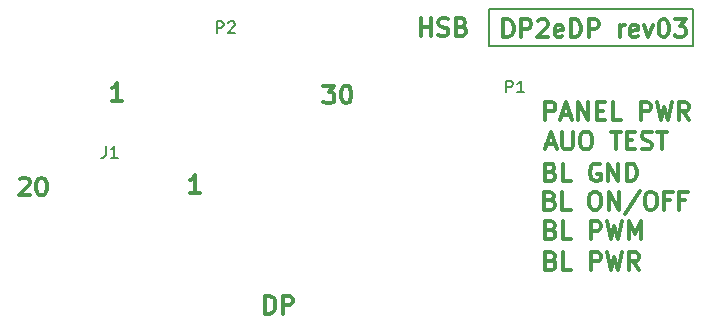
<source format=gto>
G04 #@! TF.FileFunction,Legend,Top*
%FSLAX46Y46*%
G04 Gerber Fmt 4.6, Leading zero omitted, Abs format (unit mm)*
G04 Created by KiCad (PCBNEW 4.0.7) date 09/28/18 02:57:55*
%MOMM*%
%LPD*%
G01*
G04 APERTURE LIST*
%ADD10C,0.100000*%
%ADD11C,0.300000*%
%ADD12C,0.200000*%
%ADD13C,0.150000*%
G04 APERTURE END LIST*
D10*
D11*
X152157143Y-111678571D02*
X152157143Y-110178571D01*
X152514286Y-110178571D01*
X152728571Y-110250000D01*
X152871429Y-110392857D01*
X152942857Y-110535714D01*
X153014286Y-110821429D01*
X153014286Y-111035714D01*
X152942857Y-111321429D01*
X152871429Y-111464286D01*
X152728571Y-111607143D01*
X152514286Y-111678571D01*
X152157143Y-111678571D01*
X153657143Y-111678571D02*
X153657143Y-110178571D01*
X154228571Y-110178571D01*
X154371429Y-110250000D01*
X154442857Y-110321429D01*
X154514286Y-110464286D01*
X154514286Y-110678571D01*
X154442857Y-110821429D01*
X154371429Y-110892857D01*
X154228571Y-110964286D01*
X153657143Y-110964286D01*
X165307143Y-88178571D02*
X165307143Y-86678571D01*
X165307143Y-87392857D02*
X166164286Y-87392857D01*
X166164286Y-88178571D02*
X166164286Y-86678571D01*
X166807143Y-88107143D02*
X167021429Y-88178571D01*
X167378572Y-88178571D01*
X167521429Y-88107143D01*
X167592858Y-88035714D01*
X167664286Y-87892857D01*
X167664286Y-87750000D01*
X167592858Y-87607143D01*
X167521429Y-87535714D01*
X167378572Y-87464286D01*
X167092858Y-87392857D01*
X166950000Y-87321429D01*
X166878572Y-87250000D01*
X166807143Y-87107143D01*
X166807143Y-86964286D01*
X166878572Y-86821429D01*
X166950000Y-86750000D01*
X167092858Y-86678571D01*
X167450000Y-86678571D01*
X167664286Y-86750000D01*
X168807143Y-87392857D02*
X169021429Y-87464286D01*
X169092857Y-87535714D01*
X169164286Y-87678571D01*
X169164286Y-87892857D01*
X169092857Y-88035714D01*
X169021429Y-88107143D01*
X168878571Y-88178571D01*
X168307143Y-88178571D01*
X168307143Y-86678571D01*
X168807143Y-86678571D01*
X168950000Y-86750000D01*
X169021429Y-86821429D01*
X169092857Y-86964286D01*
X169092857Y-87107143D01*
X169021429Y-87250000D01*
X168950000Y-87321429D01*
X168807143Y-87392857D01*
X168307143Y-87392857D01*
X131357143Y-100321429D02*
X131428572Y-100250000D01*
X131571429Y-100178571D01*
X131928572Y-100178571D01*
X132071429Y-100250000D01*
X132142858Y-100321429D01*
X132214286Y-100464286D01*
X132214286Y-100607143D01*
X132142858Y-100821429D01*
X131285715Y-101678571D01*
X132214286Y-101678571D01*
X133142857Y-100178571D02*
X133285714Y-100178571D01*
X133428571Y-100250000D01*
X133500000Y-100321429D01*
X133571429Y-100464286D01*
X133642857Y-100750000D01*
X133642857Y-101107143D01*
X133571429Y-101392857D01*
X133500000Y-101535714D01*
X133428571Y-101607143D01*
X133285714Y-101678571D01*
X133142857Y-101678571D01*
X133000000Y-101607143D01*
X132928571Y-101535714D01*
X132857143Y-101392857D01*
X132785714Y-101107143D01*
X132785714Y-100750000D01*
X132857143Y-100464286D01*
X132928571Y-100321429D01*
X133000000Y-100250000D01*
X133142857Y-100178571D01*
X146628572Y-101478571D02*
X145771429Y-101478571D01*
X146200001Y-101478571D02*
X146200001Y-99978571D01*
X146057144Y-100192857D01*
X145914286Y-100335714D01*
X145771429Y-100407143D01*
X157085715Y-92378571D02*
X158014286Y-92378571D01*
X157514286Y-92950000D01*
X157728572Y-92950000D01*
X157871429Y-93021429D01*
X157942858Y-93092857D01*
X158014286Y-93235714D01*
X158014286Y-93592857D01*
X157942858Y-93735714D01*
X157871429Y-93807143D01*
X157728572Y-93878571D01*
X157300000Y-93878571D01*
X157157143Y-93807143D01*
X157085715Y-93735714D01*
X158942857Y-92378571D02*
X159085714Y-92378571D01*
X159228571Y-92450000D01*
X159300000Y-92521429D01*
X159371429Y-92664286D01*
X159442857Y-92950000D01*
X159442857Y-93307143D01*
X159371429Y-93592857D01*
X159300000Y-93735714D01*
X159228571Y-93807143D01*
X159085714Y-93878571D01*
X158942857Y-93878571D01*
X158800000Y-93807143D01*
X158728571Y-93735714D01*
X158657143Y-93592857D01*
X158585714Y-93307143D01*
X158585714Y-92950000D01*
X158657143Y-92664286D01*
X158728571Y-92521429D01*
X158800000Y-92450000D01*
X158942857Y-92378571D01*
X140028572Y-93678571D02*
X139171429Y-93678571D01*
X139600001Y-93678571D02*
X139600001Y-92178571D01*
X139457144Y-92392857D01*
X139314286Y-92535714D01*
X139171429Y-92607143D01*
D12*
X171100000Y-85900000D02*
X171200000Y-85900000D01*
X171100000Y-89000000D02*
X171100000Y-85900000D01*
X188400000Y-89000000D02*
X171100000Y-89000000D01*
X188400000Y-85900000D02*
X188400000Y-89000000D01*
X171200000Y-85900000D02*
X188400000Y-85900000D01*
D11*
X172321430Y-88278571D02*
X172321430Y-86778571D01*
X172678573Y-86778571D01*
X172892858Y-86850000D01*
X173035716Y-86992857D01*
X173107144Y-87135714D01*
X173178573Y-87421429D01*
X173178573Y-87635714D01*
X173107144Y-87921429D01*
X173035716Y-88064286D01*
X172892858Y-88207143D01*
X172678573Y-88278571D01*
X172321430Y-88278571D01*
X173821430Y-88278571D02*
X173821430Y-86778571D01*
X174392858Y-86778571D01*
X174535716Y-86850000D01*
X174607144Y-86921429D01*
X174678573Y-87064286D01*
X174678573Y-87278571D01*
X174607144Y-87421429D01*
X174535716Y-87492857D01*
X174392858Y-87564286D01*
X173821430Y-87564286D01*
X175250001Y-86921429D02*
X175321430Y-86850000D01*
X175464287Y-86778571D01*
X175821430Y-86778571D01*
X175964287Y-86850000D01*
X176035716Y-86921429D01*
X176107144Y-87064286D01*
X176107144Y-87207143D01*
X176035716Y-87421429D01*
X175178573Y-88278571D01*
X176107144Y-88278571D01*
X177321429Y-88207143D02*
X177178572Y-88278571D01*
X176892858Y-88278571D01*
X176750001Y-88207143D01*
X176678572Y-88064286D01*
X176678572Y-87492857D01*
X176750001Y-87350000D01*
X176892858Y-87278571D01*
X177178572Y-87278571D01*
X177321429Y-87350000D01*
X177392858Y-87492857D01*
X177392858Y-87635714D01*
X176678572Y-87778571D01*
X178035715Y-88278571D02*
X178035715Y-86778571D01*
X178392858Y-86778571D01*
X178607143Y-86850000D01*
X178750001Y-86992857D01*
X178821429Y-87135714D01*
X178892858Y-87421429D01*
X178892858Y-87635714D01*
X178821429Y-87921429D01*
X178750001Y-88064286D01*
X178607143Y-88207143D01*
X178392858Y-88278571D01*
X178035715Y-88278571D01*
X179535715Y-88278571D02*
X179535715Y-86778571D01*
X180107143Y-86778571D01*
X180250001Y-86850000D01*
X180321429Y-86921429D01*
X180392858Y-87064286D01*
X180392858Y-87278571D01*
X180321429Y-87421429D01*
X180250001Y-87492857D01*
X180107143Y-87564286D01*
X179535715Y-87564286D01*
X182178572Y-88278571D02*
X182178572Y-87278571D01*
X182178572Y-87564286D02*
X182250000Y-87421429D01*
X182321429Y-87350000D01*
X182464286Y-87278571D01*
X182607143Y-87278571D01*
X183678571Y-88207143D02*
X183535714Y-88278571D01*
X183250000Y-88278571D01*
X183107143Y-88207143D01*
X183035714Y-88064286D01*
X183035714Y-87492857D01*
X183107143Y-87350000D01*
X183250000Y-87278571D01*
X183535714Y-87278571D01*
X183678571Y-87350000D01*
X183750000Y-87492857D01*
X183750000Y-87635714D01*
X183035714Y-87778571D01*
X184250000Y-87278571D02*
X184607143Y-88278571D01*
X184964285Y-87278571D01*
X185821428Y-86778571D02*
X185964285Y-86778571D01*
X186107142Y-86850000D01*
X186178571Y-86921429D01*
X186250000Y-87064286D01*
X186321428Y-87350000D01*
X186321428Y-87707143D01*
X186250000Y-87992857D01*
X186178571Y-88135714D01*
X186107142Y-88207143D01*
X185964285Y-88278571D01*
X185821428Y-88278571D01*
X185678571Y-88207143D01*
X185607142Y-88135714D01*
X185535714Y-87992857D01*
X185464285Y-87707143D01*
X185464285Y-87350000D01*
X185535714Y-87064286D01*
X185607142Y-86921429D01*
X185678571Y-86850000D01*
X185821428Y-86778571D01*
X186821428Y-86778571D02*
X187749999Y-86778571D01*
X187249999Y-87350000D01*
X187464285Y-87350000D01*
X187607142Y-87421429D01*
X187678571Y-87492857D01*
X187749999Y-87635714D01*
X187749999Y-87992857D01*
X187678571Y-88135714D01*
X187607142Y-88207143D01*
X187464285Y-88278571D01*
X187035713Y-88278571D01*
X186892856Y-88207143D01*
X186821428Y-88135714D01*
X176371429Y-107192857D02*
X176585715Y-107264286D01*
X176657143Y-107335714D01*
X176728572Y-107478571D01*
X176728572Y-107692857D01*
X176657143Y-107835714D01*
X176585715Y-107907143D01*
X176442857Y-107978571D01*
X175871429Y-107978571D01*
X175871429Y-106478571D01*
X176371429Y-106478571D01*
X176514286Y-106550000D01*
X176585715Y-106621429D01*
X176657143Y-106764286D01*
X176657143Y-106907143D01*
X176585715Y-107050000D01*
X176514286Y-107121429D01*
X176371429Y-107192857D01*
X175871429Y-107192857D01*
X178085715Y-107978571D02*
X177371429Y-107978571D01*
X177371429Y-106478571D01*
X179728572Y-107978571D02*
X179728572Y-106478571D01*
X180300000Y-106478571D01*
X180442858Y-106550000D01*
X180514286Y-106621429D01*
X180585715Y-106764286D01*
X180585715Y-106978571D01*
X180514286Y-107121429D01*
X180442858Y-107192857D01*
X180300000Y-107264286D01*
X179728572Y-107264286D01*
X181085715Y-106478571D02*
X181442858Y-107978571D01*
X181728572Y-106907143D01*
X182014286Y-107978571D01*
X182371429Y-106478571D01*
X183800001Y-107978571D02*
X183300001Y-107264286D01*
X182942858Y-107978571D02*
X182942858Y-106478571D01*
X183514286Y-106478571D01*
X183657144Y-106550000D01*
X183728572Y-106621429D01*
X183800001Y-106764286D01*
X183800001Y-106978571D01*
X183728572Y-107121429D01*
X183657144Y-107192857D01*
X183514286Y-107264286D01*
X182942858Y-107264286D01*
X176364286Y-104592857D02*
X176578572Y-104664286D01*
X176650000Y-104735714D01*
X176721429Y-104878571D01*
X176721429Y-105092857D01*
X176650000Y-105235714D01*
X176578572Y-105307143D01*
X176435714Y-105378571D01*
X175864286Y-105378571D01*
X175864286Y-103878571D01*
X176364286Y-103878571D01*
X176507143Y-103950000D01*
X176578572Y-104021429D01*
X176650000Y-104164286D01*
X176650000Y-104307143D01*
X176578572Y-104450000D01*
X176507143Y-104521429D01*
X176364286Y-104592857D01*
X175864286Y-104592857D01*
X178078572Y-105378571D02*
X177364286Y-105378571D01*
X177364286Y-103878571D01*
X179721429Y-105378571D02*
X179721429Y-103878571D01*
X180292857Y-103878571D01*
X180435715Y-103950000D01*
X180507143Y-104021429D01*
X180578572Y-104164286D01*
X180578572Y-104378571D01*
X180507143Y-104521429D01*
X180435715Y-104592857D01*
X180292857Y-104664286D01*
X179721429Y-104664286D01*
X181078572Y-103878571D02*
X181435715Y-105378571D01*
X181721429Y-104307143D01*
X182007143Y-105378571D01*
X182364286Y-103878571D01*
X182935715Y-105378571D02*
X182935715Y-103878571D01*
X183435715Y-104950000D01*
X183935715Y-103878571D01*
X183935715Y-105378571D01*
X176300000Y-102092857D02*
X176514286Y-102164286D01*
X176585714Y-102235714D01*
X176657143Y-102378571D01*
X176657143Y-102592857D01*
X176585714Y-102735714D01*
X176514286Y-102807143D01*
X176371428Y-102878571D01*
X175800000Y-102878571D01*
X175800000Y-101378571D01*
X176300000Y-101378571D01*
X176442857Y-101450000D01*
X176514286Y-101521429D01*
X176585714Y-101664286D01*
X176585714Y-101807143D01*
X176514286Y-101950000D01*
X176442857Y-102021429D01*
X176300000Y-102092857D01*
X175800000Y-102092857D01*
X178014286Y-102878571D02*
X177300000Y-102878571D01*
X177300000Y-101378571D01*
X179942857Y-101378571D02*
X180228571Y-101378571D01*
X180371429Y-101450000D01*
X180514286Y-101592857D01*
X180585714Y-101878571D01*
X180585714Y-102378571D01*
X180514286Y-102664286D01*
X180371429Y-102807143D01*
X180228571Y-102878571D01*
X179942857Y-102878571D01*
X179800000Y-102807143D01*
X179657143Y-102664286D01*
X179585714Y-102378571D01*
X179585714Y-101878571D01*
X179657143Y-101592857D01*
X179800000Y-101450000D01*
X179942857Y-101378571D01*
X181228572Y-102878571D02*
X181228572Y-101378571D01*
X182085715Y-102878571D01*
X182085715Y-101378571D01*
X183871429Y-101307143D02*
X182585715Y-103235714D01*
X184657144Y-101378571D02*
X184942858Y-101378571D01*
X185085716Y-101450000D01*
X185228573Y-101592857D01*
X185300001Y-101878571D01*
X185300001Y-102378571D01*
X185228573Y-102664286D01*
X185085716Y-102807143D01*
X184942858Y-102878571D01*
X184657144Y-102878571D01*
X184514287Y-102807143D01*
X184371430Y-102664286D01*
X184300001Y-102378571D01*
X184300001Y-101878571D01*
X184371430Y-101592857D01*
X184514287Y-101450000D01*
X184657144Y-101378571D01*
X186442859Y-102092857D02*
X185942859Y-102092857D01*
X185942859Y-102878571D02*
X185942859Y-101378571D01*
X186657145Y-101378571D01*
X187728573Y-102092857D02*
X187228573Y-102092857D01*
X187228573Y-102878571D02*
X187228573Y-101378571D01*
X187942859Y-101378571D01*
X176342857Y-99692857D02*
X176557143Y-99764286D01*
X176628571Y-99835714D01*
X176700000Y-99978571D01*
X176700000Y-100192857D01*
X176628571Y-100335714D01*
X176557143Y-100407143D01*
X176414285Y-100478571D01*
X175842857Y-100478571D01*
X175842857Y-98978571D01*
X176342857Y-98978571D01*
X176485714Y-99050000D01*
X176557143Y-99121429D01*
X176628571Y-99264286D01*
X176628571Y-99407143D01*
X176557143Y-99550000D01*
X176485714Y-99621429D01*
X176342857Y-99692857D01*
X175842857Y-99692857D01*
X178057143Y-100478571D02*
X177342857Y-100478571D01*
X177342857Y-98978571D01*
X180485714Y-99050000D02*
X180342857Y-98978571D01*
X180128571Y-98978571D01*
X179914286Y-99050000D01*
X179771428Y-99192857D01*
X179700000Y-99335714D01*
X179628571Y-99621429D01*
X179628571Y-99835714D01*
X179700000Y-100121429D01*
X179771428Y-100264286D01*
X179914286Y-100407143D01*
X180128571Y-100478571D01*
X180271428Y-100478571D01*
X180485714Y-100407143D01*
X180557143Y-100335714D01*
X180557143Y-99835714D01*
X180271428Y-99835714D01*
X181200000Y-100478571D02*
X181200000Y-98978571D01*
X182057143Y-100478571D01*
X182057143Y-98978571D01*
X182771429Y-100478571D02*
X182771429Y-98978571D01*
X183128572Y-98978571D01*
X183342857Y-99050000D01*
X183485715Y-99192857D01*
X183557143Y-99335714D01*
X183628572Y-99621429D01*
X183628572Y-99835714D01*
X183557143Y-100121429D01*
X183485715Y-100264286D01*
X183342857Y-100407143D01*
X183128572Y-100478571D01*
X182771429Y-100478571D01*
X175964286Y-97350000D02*
X176678572Y-97350000D01*
X175821429Y-97778571D02*
X176321429Y-96278571D01*
X176821429Y-97778571D01*
X177321429Y-96278571D02*
X177321429Y-97492857D01*
X177392857Y-97635714D01*
X177464286Y-97707143D01*
X177607143Y-97778571D01*
X177892857Y-97778571D01*
X178035715Y-97707143D01*
X178107143Y-97635714D01*
X178178572Y-97492857D01*
X178178572Y-96278571D01*
X179178572Y-96278571D02*
X179464286Y-96278571D01*
X179607144Y-96350000D01*
X179750001Y-96492857D01*
X179821429Y-96778571D01*
X179821429Y-97278571D01*
X179750001Y-97564286D01*
X179607144Y-97707143D01*
X179464286Y-97778571D01*
X179178572Y-97778571D01*
X179035715Y-97707143D01*
X178892858Y-97564286D01*
X178821429Y-97278571D01*
X178821429Y-96778571D01*
X178892858Y-96492857D01*
X179035715Y-96350000D01*
X179178572Y-96278571D01*
X181392858Y-96278571D02*
X182250001Y-96278571D01*
X181821430Y-97778571D02*
X181821430Y-96278571D01*
X182750001Y-96992857D02*
X183250001Y-96992857D01*
X183464287Y-97778571D02*
X182750001Y-97778571D01*
X182750001Y-96278571D01*
X183464287Y-96278571D01*
X184035715Y-97707143D02*
X184250001Y-97778571D01*
X184607144Y-97778571D01*
X184750001Y-97707143D01*
X184821430Y-97635714D01*
X184892858Y-97492857D01*
X184892858Y-97350000D01*
X184821430Y-97207143D01*
X184750001Y-97135714D01*
X184607144Y-97064286D01*
X184321430Y-96992857D01*
X184178572Y-96921429D01*
X184107144Y-96850000D01*
X184035715Y-96707143D01*
X184035715Y-96564286D01*
X184107144Y-96421429D01*
X184178572Y-96350000D01*
X184321430Y-96278571D01*
X184678572Y-96278571D01*
X184892858Y-96350000D01*
X185321429Y-96278571D02*
X186178572Y-96278571D01*
X185750001Y-97778571D02*
X185750001Y-96278571D01*
X175864286Y-95278571D02*
X175864286Y-93778571D01*
X176435714Y-93778571D01*
X176578572Y-93850000D01*
X176650000Y-93921429D01*
X176721429Y-94064286D01*
X176721429Y-94278571D01*
X176650000Y-94421429D01*
X176578572Y-94492857D01*
X176435714Y-94564286D01*
X175864286Y-94564286D01*
X177292857Y-94850000D02*
X178007143Y-94850000D01*
X177150000Y-95278571D02*
X177650000Y-93778571D01*
X178150000Y-95278571D01*
X178650000Y-95278571D02*
X178650000Y-93778571D01*
X179507143Y-95278571D01*
X179507143Y-93778571D01*
X180221429Y-94492857D02*
X180721429Y-94492857D01*
X180935715Y-95278571D02*
X180221429Y-95278571D01*
X180221429Y-93778571D01*
X180935715Y-93778571D01*
X182292858Y-95278571D02*
X181578572Y-95278571D01*
X181578572Y-93778571D01*
X183935715Y-95278571D02*
X183935715Y-93778571D01*
X184507143Y-93778571D01*
X184650001Y-93850000D01*
X184721429Y-93921429D01*
X184792858Y-94064286D01*
X184792858Y-94278571D01*
X184721429Y-94421429D01*
X184650001Y-94492857D01*
X184507143Y-94564286D01*
X183935715Y-94564286D01*
X185292858Y-93778571D02*
X185650001Y-95278571D01*
X185935715Y-94207143D01*
X186221429Y-95278571D01*
X186578572Y-93778571D01*
X188007144Y-95278571D02*
X187507144Y-94564286D01*
X187150001Y-95278571D02*
X187150001Y-93778571D01*
X187721429Y-93778571D01*
X187864287Y-93850000D01*
X187935715Y-93921429D01*
X188007144Y-94064286D01*
X188007144Y-94278571D01*
X187935715Y-94421429D01*
X187864287Y-94492857D01*
X187721429Y-94564286D01*
X187150001Y-94564286D01*
D13*
X148061905Y-87945381D02*
X148061905Y-86945381D01*
X148442858Y-86945381D01*
X148538096Y-86993000D01*
X148585715Y-87040619D01*
X148633334Y-87135857D01*
X148633334Y-87278714D01*
X148585715Y-87373952D01*
X148538096Y-87421571D01*
X148442858Y-87469190D01*
X148061905Y-87469190D01*
X149014286Y-87040619D02*
X149061905Y-86993000D01*
X149157143Y-86945381D01*
X149395239Y-86945381D01*
X149490477Y-86993000D01*
X149538096Y-87040619D01*
X149585715Y-87135857D01*
X149585715Y-87231095D01*
X149538096Y-87373952D01*
X148966667Y-87945381D01*
X149585715Y-87945381D01*
X138666667Y-97502381D02*
X138666667Y-98216667D01*
X138619047Y-98359524D01*
X138523809Y-98454762D01*
X138380952Y-98502381D01*
X138285714Y-98502381D01*
X139666667Y-98502381D02*
X139095238Y-98502381D01*
X139380952Y-98502381D02*
X139380952Y-97502381D01*
X139285714Y-97645238D01*
X139190476Y-97740476D01*
X139095238Y-97788095D01*
X172561905Y-92952381D02*
X172561905Y-91952381D01*
X172942858Y-91952381D01*
X173038096Y-92000000D01*
X173085715Y-92047619D01*
X173133334Y-92142857D01*
X173133334Y-92285714D01*
X173085715Y-92380952D01*
X173038096Y-92428571D01*
X172942858Y-92476190D01*
X172561905Y-92476190D01*
X174085715Y-92952381D02*
X173514286Y-92952381D01*
X173800000Y-92952381D02*
X173800000Y-91952381D01*
X173704762Y-92095238D01*
X173609524Y-92190476D01*
X173514286Y-92238095D01*
M02*

</source>
